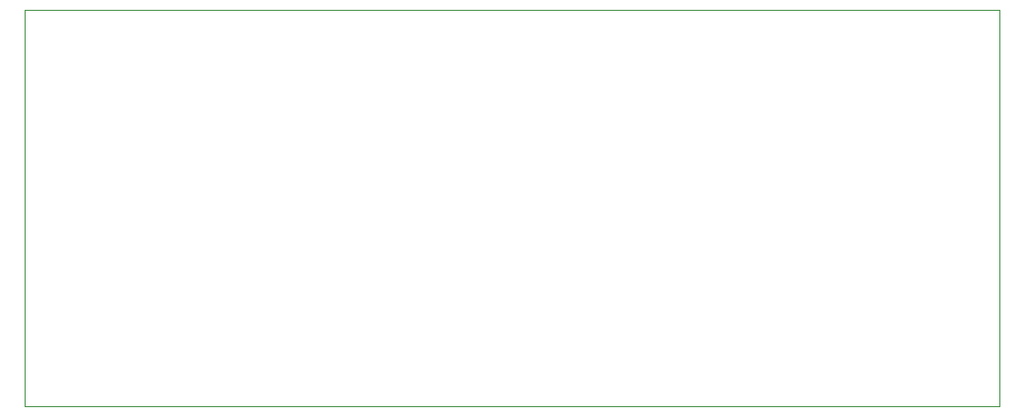
<source format=gm1>
G04 #@! TF.GenerationSoftware,KiCad,Pcbnew,6.0.0-unknown-920f128~86~ubuntu18.04.1*
G04 #@! TF.CreationDate,2019-07-19T16:12:04-04:00*
G04 #@! TF.ProjectId,Femtosat,46656d74-6f73-4617-942e-6b696361645f,rev?*
G04 #@! TF.SameCoordinates,Original*
G04 #@! TF.FileFunction,Profile,NP*
%FSLAX46Y46*%
G04 Gerber Fmt 4.6, Leading zero omitted, Abs format (unit mm)*
G04 Created by KiCad (PCBNEW 6.0.0-unknown-920f128~86~ubuntu18.04.1) date 2019-07-19 16:12:04*
%MOMM*%
%LPD*%
G04 APERTURE LIST*
%ADD10C,0.050000*%
G04 APERTURE END LIST*
D10*
X169750000Y-72350000D02*
X169750000Y-72300000D01*
X85900000Y-72350000D02*
X169750000Y-72350000D01*
X85900000Y-38300000D02*
X85900000Y-72350000D01*
X169750000Y-38300000D02*
X85900000Y-38300000D01*
X169750000Y-72300000D02*
X169750000Y-38300000D01*
M02*

</source>
